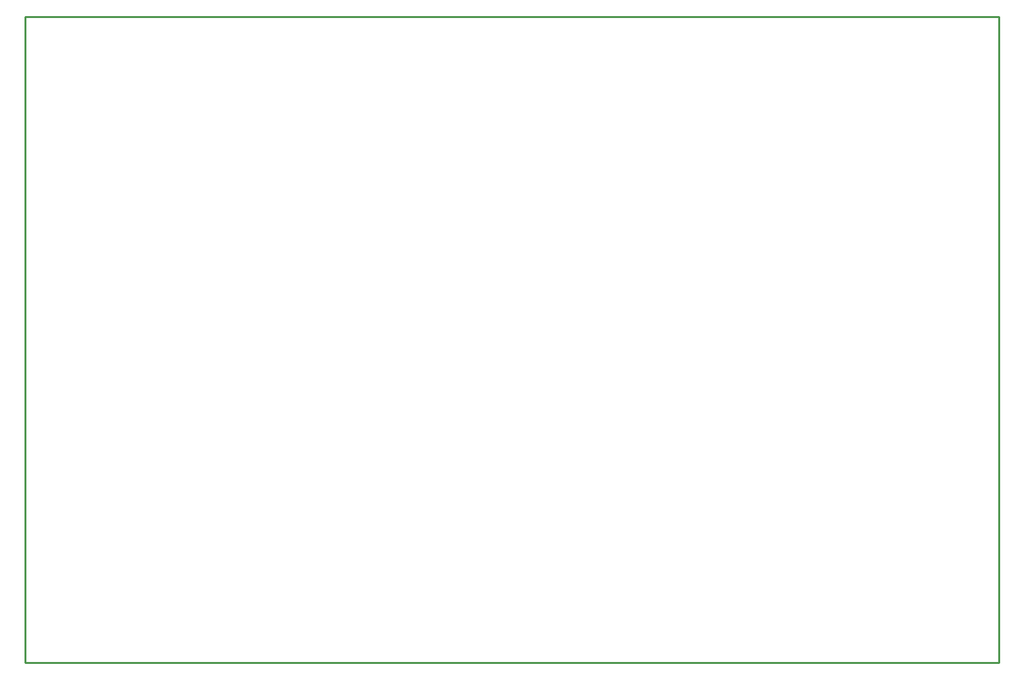
<source format=gko>
G04 Layer: BoardOutline*
G04 EasyEDA v6.4.19.4, 2021-04-30T18:59:06+02:00*
G04 9f706370d961430f8c96474a389d8511,2e57c490b2cc43cca34809fe9e8c30bf,10*
G04 Gerber Generator version 0.2*
G04 Scale: 100 percent, Rotated: No, Reflected: No *
G04 Dimensions in millimeters *
G04 leading zeros omitted , absolute positions ,4 integer and 5 decimal *
%FSLAX45Y45*%
%MOMM*%

%ADD10C,0.2540*%
D10*
X700001Y9700000D02*
G01*
X13500000Y9700000D01*
X13500000Y1200000D01*
X700001Y1200000D01*
X700001Y9700000D01*

%LPD*%
M02*

</source>
